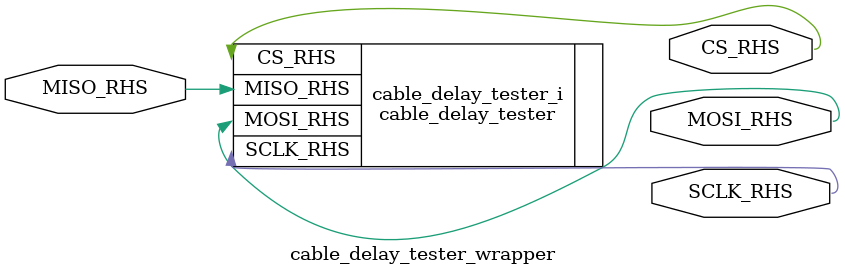
<source format=v>
`timescale 1 ps / 1 ps

module cable_delay_tester_wrapper
   (CS_RHS,
    MISO_RHS,
    MOSI_RHS,
    SCLK_RHS);
  output CS_RHS;
  input MISO_RHS;
  output MOSI_RHS;
  output SCLK_RHS;

  wire CS_RHS;
  wire MISO_RHS;
  wire MOSI_RHS;
  wire SCLK_RHS;

  cable_delay_tester cable_delay_tester_i
       (.CS_RHS(CS_RHS),
        .MISO_RHS(MISO_RHS),
        .MOSI_RHS(MOSI_RHS),
        .SCLK_RHS(SCLK_RHS));
endmodule

</source>
